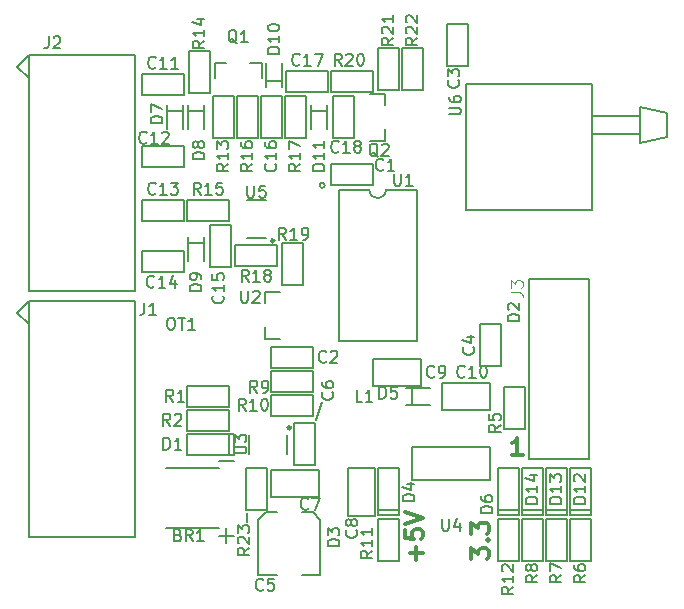
<source format=gto>
G04 #@! TF.GenerationSoftware,KiCad,Pcbnew,5.0.0-fee4fd1~66~ubuntu18.04.1*
G04 #@! TF.CreationDate,2019-02-05T20:13:11-07:00*
G04 #@! TF.ProjectId,sprinkler_nodes,737072696E6B6C65725F6E6F6465732E,rev?*
G04 #@! TF.SameCoordinates,Original*
G04 #@! TF.FileFunction,Legend,Top*
G04 #@! TF.FilePolarity,Positive*
%FSLAX46Y46*%
G04 Gerber Fmt 4.6, Leading zero omitted, Abs format (unit mm)*
G04 Created by KiCad (PCBNEW 5.0.0-fee4fd1~66~ubuntu18.04.1) date Tue Feb  5 20:13:11 2019*
%MOMM*%
%LPD*%
G01*
G04 APERTURE LIST*
%ADD10C,0.300000*%
%ADD11C,0.200000*%
%ADD12C,0.203200*%
%ADD13C,0.150000*%
%ADD14C,0.088900*%
G04 APERTURE END LIST*
D10*
X105101971Y-66464571D02*
X104244828Y-66464571D01*
X104673400Y-66464571D02*
X104673400Y-64964571D01*
X104530542Y-65178857D01*
X104387685Y-65321714D01*
X104244828Y-65393142D01*
X100778571Y-75231428D02*
X100778571Y-74302857D01*
X101350000Y-74802857D01*
X101350000Y-74588571D01*
X101421428Y-74445714D01*
X101492857Y-74374285D01*
X101635714Y-74302857D01*
X101992857Y-74302857D01*
X102135714Y-74374285D01*
X102207142Y-74445714D01*
X102278571Y-74588571D01*
X102278571Y-75017142D01*
X102207142Y-75160000D01*
X102135714Y-75231428D01*
X102135714Y-73660000D02*
X102207142Y-73588571D01*
X102278571Y-73660000D01*
X102207142Y-73731428D01*
X102135714Y-73660000D01*
X102278571Y-73660000D01*
X100778571Y-73088571D02*
X100778571Y-72160000D01*
X101350000Y-72660000D01*
X101350000Y-72445714D01*
X101421428Y-72302857D01*
X101492857Y-72231428D01*
X101635714Y-72160000D01*
X101992857Y-72160000D01*
X102135714Y-72231428D01*
X102207142Y-72302857D01*
X102278571Y-72445714D01*
X102278571Y-72874285D01*
X102207142Y-73017142D01*
X102135714Y-73088571D01*
X96119142Y-75334571D02*
X96119142Y-74191714D01*
X96690571Y-74763142D02*
X95547714Y-74763142D01*
X95190571Y-72763142D02*
X95190571Y-73477428D01*
X95904857Y-73548857D01*
X95833428Y-73477428D01*
X95762000Y-73334571D01*
X95762000Y-72977428D01*
X95833428Y-72834571D01*
X95904857Y-72763142D01*
X96047714Y-72691714D01*
X96404857Y-72691714D01*
X96547714Y-72763142D01*
X96619142Y-72834571D01*
X96690571Y-72977428D01*
X96690571Y-73334571D01*
X96619142Y-73477428D01*
X96547714Y-73548857D01*
X95190571Y-72263142D02*
X96690571Y-71763142D01*
X95190571Y-71263142D01*
D11*
X88138000Y-61976000D02*
X87630000Y-63500000D01*
X81788000Y-72136000D02*
X81788000Y-71374000D01*
D12*
G04 #@! TO.C,BR1*
X79375000Y-72644000D02*
X74930000Y-72644000D01*
X79375000Y-67564000D02*
X74930000Y-67564000D01*
D13*
X80645000Y-66929000D02*
X79375000Y-66929000D01*
X80645000Y-73279000D02*
X79375000Y-73279000D01*
X80010000Y-72644000D02*
X80010000Y-73914000D01*
D12*
G04 #@! TO.C,C1*
X92456000Y-41783000D02*
X92456000Y-43561000D01*
X88900000Y-41783000D02*
X92456000Y-41783000D01*
X88900000Y-43561000D02*
X88900000Y-41783000D01*
X92456000Y-43561000D02*
X88900000Y-43561000D01*
G04 #@! TO.C,C2*
X83820000Y-59055000D02*
X83820000Y-57277000D01*
X87376000Y-59055000D02*
X83820000Y-59055000D01*
X87376000Y-57277000D02*
X87376000Y-59055000D01*
X83820000Y-57277000D02*
X87376000Y-57277000D01*
G04 #@! TO.C,C6*
X87503000Y-63754000D02*
X87503000Y-67310000D01*
X87503000Y-67310000D02*
X85725000Y-67310000D01*
X85725000Y-67310000D02*
X85725000Y-63754000D01*
X85725000Y-63754000D02*
X87503000Y-63754000D01*
G04 #@! TO.C,C7*
X83820000Y-67691000D02*
X87884000Y-67691000D01*
X87884000Y-67691000D02*
X87884000Y-69977000D01*
X87884000Y-69977000D02*
X83820000Y-69977000D01*
X83820000Y-69977000D02*
X83820000Y-67691000D01*
G04 #@! TO.C,C8*
X90297000Y-67564000D02*
X92583000Y-67564000D01*
X90297000Y-71628000D02*
X90297000Y-67564000D01*
X92583000Y-71628000D02*
X90297000Y-71628000D01*
X92583000Y-67564000D02*
X92583000Y-71628000D01*
G04 #@! TO.C,C9*
X96520000Y-60579000D02*
X92456000Y-60579000D01*
X92456000Y-60579000D02*
X92456000Y-58293000D01*
X92456000Y-58293000D02*
X96520000Y-58293000D01*
X96520000Y-58293000D02*
X96520000Y-60579000D01*
G04 #@! TO.C,C10*
X98298000Y-62611000D02*
X98298000Y-60325000D01*
X102362000Y-62611000D02*
X98298000Y-62611000D01*
X102362000Y-60325000D02*
X102362000Y-62611000D01*
X98298000Y-60325000D02*
X102362000Y-60325000D01*
G04 #@! TO.C,C11*
X72898000Y-34163000D02*
X76454000Y-34163000D01*
X76454000Y-34163000D02*
X76454000Y-35941000D01*
X76454000Y-35941000D02*
X72898000Y-35941000D01*
X72898000Y-35941000D02*
X72898000Y-34163000D01*
G04 #@! TO.C,C12*
X72898000Y-42037000D02*
X72898000Y-40259000D01*
X76454000Y-42037000D02*
X72898000Y-42037000D01*
X76454000Y-40259000D02*
X76454000Y-42037000D01*
X72898000Y-40259000D02*
X76454000Y-40259000D01*
G04 #@! TO.C,C13*
X76454000Y-46609000D02*
X72898000Y-46609000D01*
X72898000Y-46609000D02*
X72898000Y-44831000D01*
X72898000Y-44831000D02*
X76454000Y-44831000D01*
X76454000Y-44831000D02*
X76454000Y-46609000D01*
G04 #@! TO.C,C14*
X76454000Y-50927000D02*
X72898000Y-50927000D01*
X72898000Y-50927000D02*
X72898000Y-49149000D01*
X72898000Y-49149000D02*
X76454000Y-49149000D01*
X76454000Y-49149000D02*
X76454000Y-50927000D01*
G04 #@! TO.C,C15*
X78613000Y-46990000D02*
X80391000Y-46990000D01*
X78613000Y-50546000D02*
X78613000Y-46990000D01*
X80391000Y-50546000D02*
X78613000Y-50546000D01*
X80391000Y-46990000D02*
X80391000Y-50546000D01*
G04 #@! TO.C,C16*
X84709000Y-36068000D02*
X84709000Y-39624000D01*
X84709000Y-39624000D02*
X82931000Y-39624000D01*
X82931000Y-39624000D02*
X82931000Y-36068000D01*
X82931000Y-36068000D02*
X84709000Y-36068000D01*
G04 #@! TO.C,C17*
X85090000Y-33909000D02*
X88646000Y-33909000D01*
X88646000Y-33909000D02*
X88646000Y-35687000D01*
X88646000Y-35687000D02*
X85090000Y-35687000D01*
X85090000Y-35687000D02*
X85090000Y-33909000D01*
G04 #@! TO.C,C18*
X89027000Y-36068000D02*
X90805000Y-36068000D01*
X89027000Y-39624000D02*
X89027000Y-36068000D01*
X90805000Y-39624000D02*
X89027000Y-39624000D01*
X90805000Y-36068000D02*
X90805000Y-39624000D01*
G04 #@! TO.C,D1*
X76708000Y-66421000D02*
X76708000Y-64643000D01*
X80264000Y-66421000D02*
X76708000Y-66421000D01*
X80264000Y-64643000D02*
X80264000Y-66421000D01*
X76708000Y-64643000D02*
X80264000Y-64643000D01*
X80645000Y-66421000D02*
X80264000Y-66421000D01*
X80645000Y-64643000D02*
X80645000Y-66421000D01*
X80264000Y-64643000D02*
X80645000Y-64643000D01*
G04 #@! TO.C,D4*
X94615000Y-71120000D02*
X94615000Y-71501000D01*
X94615000Y-71501000D02*
X92837000Y-71501000D01*
X92837000Y-71501000D02*
X92837000Y-71120000D01*
X94615000Y-67564000D02*
X94615000Y-71120000D01*
X94615000Y-71120000D02*
X92837000Y-71120000D01*
X92837000Y-71120000D02*
X92837000Y-67564000D01*
X92837000Y-67564000D02*
X94615000Y-67564000D01*
G04 #@! TO.C,D5*
X95766000Y-62168000D02*
X95766000Y-60768000D01*
X97266000Y-60768000D02*
X95266000Y-60768000D01*
X97266000Y-62168000D02*
X95266000Y-62168000D01*
G04 #@! TO.C,D6*
X104775000Y-71120000D02*
X104775000Y-71501000D01*
X104775000Y-71501000D02*
X102997000Y-71501000D01*
X102997000Y-71501000D02*
X102997000Y-71120000D01*
X104775000Y-67564000D02*
X104775000Y-71120000D01*
X104775000Y-71120000D02*
X102997000Y-71120000D01*
X102997000Y-71120000D02*
X102997000Y-67564000D01*
X102997000Y-67564000D02*
X104775000Y-67564000D01*
G04 #@! TO.C,D7*
X74992000Y-38846000D02*
X74992000Y-36846000D01*
X76392000Y-38846000D02*
X76392000Y-36846000D01*
X74992000Y-37346000D02*
X76392000Y-37346000D01*
G04 #@! TO.C,D8*
X76770000Y-38846000D02*
X76770000Y-36846000D01*
X78170000Y-38846000D02*
X78170000Y-36846000D01*
X76770000Y-37346000D02*
X78170000Y-37346000D01*
G04 #@! TO.C,D9*
X76770000Y-48522000D02*
X78170000Y-48522000D01*
X78170000Y-50022000D02*
X78170000Y-48022000D01*
X76770000Y-50022000D02*
X76770000Y-48022000D01*
G04 #@! TO.C,D10*
X84774000Y-34790000D02*
X83374000Y-34790000D01*
X83374000Y-33290000D02*
X83374000Y-35290000D01*
X84774000Y-33290000D02*
X84774000Y-35290000D01*
G04 #@! TO.C,D11*
X87184000Y-38846000D02*
X87184000Y-36846000D01*
X88584000Y-38846000D02*
X88584000Y-36846000D01*
X87184000Y-37346000D02*
X88584000Y-37346000D01*
D13*
G04 #@! TO.C,J1*
X72318000Y-73380000D02*
X72318000Y-53380000D01*
X63318000Y-73380000D02*
X72318000Y-73380000D01*
X63318000Y-53380000D02*
X63318000Y-73380000D01*
X72318000Y-53380000D02*
X63318000Y-53380000D01*
X62318000Y-54380000D02*
X63318000Y-55380000D01*
X63318000Y-53380000D02*
X62318000Y-54380000D01*
G04 #@! TO.C,J2*
X63318000Y-32552000D02*
X62318000Y-33552000D01*
X62318000Y-33552000D02*
X63318000Y-34552000D01*
X72318000Y-32552000D02*
X63318000Y-32552000D01*
X63318000Y-32552000D02*
X63318000Y-52552000D01*
X63318000Y-52552000D02*
X72318000Y-52552000D01*
X72318000Y-52552000D02*
X72318000Y-32552000D01*
D12*
G04 #@! TO.C,J3*
X108204000Y-66802000D02*
X105664000Y-66802000D01*
X105664000Y-66802000D02*
X105664000Y-51562000D01*
X105664000Y-51562000D02*
X110744000Y-51562000D01*
X110744000Y-51562000D02*
X110744000Y-66802000D01*
X110744000Y-66802000D02*
X108204000Y-66802000D01*
G04 #@! TO.C,Q1*
X83026000Y-33266000D02*
X83026000Y-34516000D01*
X82026000Y-33266000D02*
X83026000Y-33266000D01*
X79026000Y-33266000D02*
X79026000Y-34516000D01*
X80026000Y-33266000D02*
X79026000Y-33266000D01*
G04 #@! TO.C,Q2*
X93480000Y-36846000D02*
X93480000Y-35846000D01*
X93480000Y-35846000D02*
X92230000Y-35846000D01*
X93480000Y-38846000D02*
X93480000Y-39846000D01*
X93480000Y-39846000D02*
X92230000Y-39846000D01*
G04 #@! TO.C,R1*
X76708000Y-62357000D02*
X76708000Y-60579000D01*
X80264000Y-62357000D02*
X76708000Y-62357000D01*
X80264000Y-60579000D02*
X80264000Y-62357000D01*
X76708000Y-60579000D02*
X80264000Y-60579000D01*
G04 #@! TO.C,R2*
X76708000Y-62611000D02*
X80264000Y-62611000D01*
X80264000Y-62611000D02*
X80264000Y-64389000D01*
X80264000Y-64389000D02*
X76708000Y-64389000D01*
X76708000Y-64389000D02*
X76708000Y-62611000D01*
G04 #@! TO.C,R5*
X103505000Y-60706000D02*
X105283000Y-60706000D01*
X103505000Y-64262000D02*
X103505000Y-60706000D01*
X105283000Y-64262000D02*
X103505000Y-64262000D01*
X105283000Y-60706000D02*
X105283000Y-64262000D01*
G04 #@! TO.C,R9*
X87376000Y-61087000D02*
X83820000Y-61087000D01*
X83820000Y-61087000D02*
X83820000Y-59309000D01*
X83820000Y-59309000D02*
X87376000Y-59309000D01*
X87376000Y-59309000D02*
X87376000Y-61087000D01*
G04 #@! TO.C,R10*
X83820000Y-63119000D02*
X83820000Y-61341000D01*
X87376000Y-63119000D02*
X83820000Y-63119000D01*
X87376000Y-61341000D02*
X87376000Y-63119000D01*
X83820000Y-61341000D02*
X87376000Y-61341000D01*
G04 #@! TO.C,R11*
X94615000Y-75438000D02*
X92837000Y-75438000D01*
X94615000Y-71882000D02*
X94615000Y-75438000D01*
X92837000Y-71882000D02*
X94615000Y-71882000D01*
X92837000Y-75438000D02*
X92837000Y-71882000D01*
G04 #@! TO.C,R12*
X102997000Y-75438000D02*
X102997000Y-71882000D01*
X102997000Y-71882000D02*
X104775000Y-71882000D01*
X104775000Y-71882000D02*
X104775000Y-75438000D01*
X104775000Y-75438000D02*
X102997000Y-75438000D01*
G04 #@! TO.C,R13*
X80645000Y-36068000D02*
X80645000Y-39624000D01*
X80645000Y-39624000D02*
X78867000Y-39624000D01*
X78867000Y-39624000D02*
X78867000Y-36068000D01*
X78867000Y-36068000D02*
X80645000Y-36068000D01*
G04 #@! TO.C,R14*
X76835000Y-32258000D02*
X78613000Y-32258000D01*
X76835000Y-35814000D02*
X76835000Y-32258000D01*
X78613000Y-35814000D02*
X76835000Y-35814000D01*
X78613000Y-32258000D02*
X78613000Y-35814000D01*
G04 #@! TO.C,R15*
X76708000Y-46609000D02*
X76708000Y-44831000D01*
X80264000Y-46609000D02*
X76708000Y-46609000D01*
X80264000Y-44831000D02*
X80264000Y-46609000D01*
X76708000Y-44831000D02*
X80264000Y-44831000D01*
G04 #@! TO.C,R16*
X80899000Y-36068000D02*
X82677000Y-36068000D01*
X80899000Y-39624000D02*
X80899000Y-36068000D01*
X82677000Y-39624000D02*
X80899000Y-39624000D01*
X82677000Y-36068000D02*
X82677000Y-39624000D01*
G04 #@! TO.C,R17*
X86741000Y-36068000D02*
X86741000Y-39624000D01*
X86741000Y-39624000D02*
X84963000Y-39624000D01*
X84963000Y-39624000D02*
X84963000Y-36068000D01*
X84963000Y-36068000D02*
X86741000Y-36068000D01*
G04 #@! TO.C,R18*
X80772000Y-50419000D02*
X80772000Y-48641000D01*
X84328000Y-50419000D02*
X80772000Y-50419000D01*
X84328000Y-48641000D02*
X84328000Y-50419000D01*
X80772000Y-48641000D02*
X84328000Y-48641000D01*
G04 #@! TO.C,R19*
X86487000Y-48514000D02*
X86487000Y-52070000D01*
X86487000Y-52070000D02*
X84709000Y-52070000D01*
X84709000Y-52070000D02*
X84709000Y-48514000D01*
X84709000Y-48514000D02*
X86487000Y-48514000D01*
G04 #@! TO.C,R20*
X92456000Y-33909000D02*
X92456000Y-35687000D01*
X88900000Y-33909000D02*
X92456000Y-33909000D01*
X88900000Y-35687000D02*
X88900000Y-33909000D01*
X92456000Y-35687000D02*
X88900000Y-35687000D01*
G04 #@! TO.C,R21*
X94615000Y-32004000D02*
X94615000Y-35560000D01*
X94615000Y-35560000D02*
X92837000Y-35560000D01*
X92837000Y-35560000D02*
X92837000Y-32004000D01*
X92837000Y-32004000D02*
X94615000Y-32004000D01*
G04 #@! TO.C,R22*
X94869000Y-32004000D02*
X96647000Y-32004000D01*
X94869000Y-35560000D02*
X94869000Y-32004000D01*
X96647000Y-35560000D02*
X94869000Y-35560000D01*
X96647000Y-32004000D02*
X96647000Y-35560000D01*
G04 #@! TO.C,U1*
X88361607Y-43604000D02*
G75*
G03X88361607Y-43604000I-223607J0D01*
G01*
X93538000Y-44004000D02*
X96138000Y-44004000D01*
X92138000Y-44004000D02*
X89538000Y-44004000D01*
X92138000Y-44004000D02*
G75*
G03X93538000Y-44004000I700000J0D01*
G01*
X96138000Y-44004000D02*
X96138000Y-56804000D01*
X96138000Y-56804000D02*
X89538000Y-56804000D01*
X89538000Y-56804000D02*
X89538000Y-44004000D01*
G04 #@! TO.C,U2*
X83304000Y-55610000D02*
X83304000Y-56610000D01*
X83304000Y-56610000D02*
X84554000Y-56610000D01*
X83304000Y-53610000D02*
X83304000Y-52610000D01*
X83304000Y-52610000D02*
X84554000Y-52610000D01*
D10*
G04 #@! TO.C,U3*
X85466000Y-64132000D02*
G75*
G03X85466000Y-64132000I-100000J0D01*
G01*
D13*
X81966000Y-64732000D02*
X81966000Y-66332000D01*
X85166000Y-64732000D02*
X85166000Y-66332000D01*
D12*
G04 #@! TO.C,U4*
X99060000Y-68562000D02*
X95760000Y-68562000D01*
X95760000Y-68562000D02*
X95760000Y-65762000D01*
X95760000Y-65762000D02*
X102360000Y-65762000D01*
X102360000Y-65762000D02*
X102360000Y-68562000D01*
X102360000Y-68562000D02*
X99060000Y-68562000D01*
D10*
G04 #@! TO.C,U5*
X84050000Y-48282000D02*
G75*
G03X84050000Y-48282000I-100000J0D01*
G01*
D13*
X83350000Y-44882000D02*
X81750000Y-44882000D01*
X83350000Y-48082000D02*
X81750000Y-48082000D01*
D12*
G04 #@! TO.C,R23*
X81661000Y-71120000D02*
X81661000Y-67564000D01*
X81661000Y-67564000D02*
X83439000Y-67564000D01*
X83439000Y-67564000D02*
X83439000Y-71120000D01*
X83439000Y-71120000D02*
X81661000Y-71120000D01*
G04 #@! TO.C,D12*
X110871000Y-71120000D02*
X110871000Y-71501000D01*
X110871000Y-71501000D02*
X109093000Y-71501000D01*
X109093000Y-71501000D02*
X109093000Y-71120000D01*
X110871000Y-67564000D02*
X110871000Y-71120000D01*
X110871000Y-71120000D02*
X109093000Y-71120000D01*
X109093000Y-71120000D02*
X109093000Y-67564000D01*
X109093000Y-67564000D02*
X110871000Y-67564000D01*
G04 #@! TO.C,D13*
X107061000Y-67564000D02*
X108839000Y-67564000D01*
X107061000Y-71120000D02*
X107061000Y-67564000D01*
X108839000Y-71120000D02*
X107061000Y-71120000D01*
X108839000Y-67564000D02*
X108839000Y-71120000D01*
X107061000Y-71501000D02*
X107061000Y-71120000D01*
X108839000Y-71501000D02*
X107061000Y-71501000D01*
X108839000Y-71120000D02*
X108839000Y-71501000D01*
G04 #@! TO.C,D14*
X106807000Y-71120000D02*
X106807000Y-71501000D01*
X106807000Y-71501000D02*
X105029000Y-71501000D01*
X105029000Y-71501000D02*
X105029000Y-71120000D01*
X106807000Y-67564000D02*
X106807000Y-71120000D01*
X106807000Y-71120000D02*
X105029000Y-71120000D01*
X105029000Y-71120000D02*
X105029000Y-67564000D01*
X105029000Y-67564000D02*
X106807000Y-67564000D01*
G04 #@! TO.C,R6*
X110871000Y-71882000D02*
X110871000Y-75438000D01*
X110871000Y-75438000D02*
X109093000Y-75438000D01*
X109093000Y-75438000D02*
X109093000Y-71882000D01*
X109093000Y-71882000D02*
X110871000Y-71882000D01*
G04 #@! TO.C,R7*
X107061000Y-71882000D02*
X108839000Y-71882000D01*
X107061000Y-75438000D02*
X107061000Y-71882000D01*
X108839000Y-75438000D02*
X107061000Y-75438000D01*
X108839000Y-71882000D02*
X108839000Y-75438000D01*
G04 #@! TO.C,R8*
X106807000Y-71882000D02*
X106807000Y-75438000D01*
X106807000Y-75438000D02*
X105029000Y-75438000D01*
X105029000Y-75438000D02*
X105029000Y-71882000D01*
X105029000Y-71882000D02*
X106807000Y-71882000D01*
G04 #@! TO.C,C4*
X103251000Y-58928000D02*
X101473000Y-58928000D01*
X103251000Y-55372000D02*
X103251000Y-58928000D01*
X101473000Y-55372000D02*
X103251000Y-55372000D01*
X101473000Y-58928000D02*
X101473000Y-55372000D01*
D13*
G04 #@! TO.C,C5*
X87994000Y-76564000D02*
X86394000Y-76564000D01*
X82694000Y-76564000D02*
X84294000Y-76564000D01*
X82694000Y-76564000D02*
X82694000Y-71914000D01*
X82694000Y-71914000D02*
X83344000Y-71264000D01*
X83344000Y-71264000D02*
X84294000Y-71264000D01*
X87994000Y-76564000D02*
X87994000Y-71914000D01*
X87994000Y-71914000D02*
X87344000Y-71264000D01*
X87344000Y-71264000D02*
X86394000Y-71264000D01*
X86394000Y-71264000D02*
X86444000Y-71264000D01*
D12*
G04 #@! TO.C,C3*
X100457000Y-29972000D02*
X100457000Y-33528000D01*
X100457000Y-33528000D02*
X98679000Y-33528000D01*
X98679000Y-33528000D02*
X98679000Y-29972000D01*
X98679000Y-29972000D02*
X100457000Y-29972000D01*
D13*
G04 #@! TO.C,U6*
X115062000Y-39241000D02*
X110998000Y-39241000D01*
X115062000Y-37717000D02*
X110998000Y-37717000D01*
X117348000Y-38479000D02*
X117348000Y-39495000D01*
X117348000Y-39495000D02*
X115062000Y-40003000D01*
X115062000Y-40003000D02*
X115062000Y-36955000D01*
X115062000Y-36955000D02*
X117348000Y-37463000D01*
X117348000Y-37463000D02*
X117348000Y-38479000D01*
X110998000Y-35050000D02*
X110998000Y-45718000D01*
X110998000Y-45718000D02*
X100330000Y-45718000D01*
X100330000Y-45718000D02*
X100330000Y-35050000D01*
X100330000Y-35050000D02*
X110998000Y-35050000D01*
G04 #@! TO.C,BR1*
X75930238Y-73207571D02*
X76073095Y-73255190D01*
X76120714Y-73302809D01*
X76168333Y-73398047D01*
X76168333Y-73540904D01*
X76120714Y-73636142D01*
X76073095Y-73683761D01*
X75977857Y-73731380D01*
X75596904Y-73731380D01*
X75596904Y-72731380D01*
X75930238Y-72731380D01*
X76025476Y-72779000D01*
X76073095Y-72826619D01*
X76120714Y-72921857D01*
X76120714Y-73017095D01*
X76073095Y-73112333D01*
X76025476Y-73159952D01*
X75930238Y-73207571D01*
X75596904Y-73207571D01*
X77168333Y-73731380D02*
X76835000Y-73255190D01*
X76596904Y-73731380D02*
X76596904Y-72731380D01*
X76977857Y-72731380D01*
X77073095Y-72779000D01*
X77120714Y-72826619D01*
X77168333Y-72921857D01*
X77168333Y-73064714D01*
X77120714Y-73159952D01*
X77073095Y-73207571D01*
X76977857Y-73255190D01*
X76596904Y-73255190D01*
X78120714Y-73731380D02*
X77549285Y-73731380D01*
X77835000Y-73731380D02*
X77835000Y-72731380D01*
X77739761Y-72874238D01*
X77644523Y-72969476D01*
X77549285Y-73017095D01*
G04 #@! TO.C,C1*
X93305333Y-42267142D02*
X93257714Y-42314761D01*
X93114857Y-42362380D01*
X93019619Y-42362380D01*
X92876761Y-42314761D01*
X92781523Y-42219523D01*
X92733904Y-42124285D01*
X92686285Y-41933809D01*
X92686285Y-41790952D01*
X92733904Y-41600476D01*
X92781523Y-41505238D01*
X92876761Y-41410000D01*
X93019619Y-41362380D01*
X93114857Y-41362380D01*
X93257714Y-41410000D01*
X93305333Y-41457619D01*
X94257714Y-42362380D02*
X93686285Y-42362380D01*
X93972000Y-42362380D02*
X93972000Y-41362380D01*
X93876761Y-41505238D01*
X93781523Y-41600476D01*
X93686285Y-41648095D01*
G04 #@! TO.C,C2*
X88479333Y-58523142D02*
X88431714Y-58570761D01*
X88288857Y-58618380D01*
X88193619Y-58618380D01*
X88050761Y-58570761D01*
X87955523Y-58475523D01*
X87907904Y-58380285D01*
X87860285Y-58189809D01*
X87860285Y-58046952D01*
X87907904Y-57856476D01*
X87955523Y-57761238D01*
X88050761Y-57666000D01*
X88193619Y-57618380D01*
X88288857Y-57618380D01*
X88431714Y-57666000D01*
X88479333Y-57713619D01*
X88860285Y-57713619D02*
X88907904Y-57666000D01*
X89003142Y-57618380D01*
X89241238Y-57618380D01*
X89336476Y-57666000D01*
X89384095Y-57713619D01*
X89431714Y-57808857D01*
X89431714Y-57904095D01*
X89384095Y-58046952D01*
X88812666Y-58618380D01*
X89431714Y-58618380D01*
G04 #@! TO.C,C6*
X89003142Y-61126666D02*
X89050761Y-61174285D01*
X89098380Y-61317142D01*
X89098380Y-61412380D01*
X89050761Y-61555238D01*
X88955523Y-61650476D01*
X88860285Y-61698095D01*
X88669809Y-61745714D01*
X88526952Y-61745714D01*
X88336476Y-61698095D01*
X88241238Y-61650476D01*
X88146000Y-61555238D01*
X88098380Y-61412380D01*
X88098380Y-61317142D01*
X88146000Y-61174285D01*
X88193619Y-61126666D01*
X88098380Y-60269523D02*
X88098380Y-60460000D01*
X88146000Y-60555238D01*
X88193619Y-60602857D01*
X88336476Y-60698095D01*
X88526952Y-60745714D01*
X88907904Y-60745714D01*
X89003142Y-60698095D01*
X89050761Y-60650476D01*
X89098380Y-60555238D01*
X89098380Y-60364761D01*
X89050761Y-60269523D01*
X89003142Y-60221904D01*
X88907904Y-60174285D01*
X88669809Y-60174285D01*
X88574571Y-60221904D01*
X88526952Y-60269523D01*
X88479333Y-60364761D01*
X88479333Y-60555238D01*
X88526952Y-60650476D01*
X88574571Y-60698095D01*
X88669809Y-60745714D01*
G04 #@! TO.C,C7*
X86955333Y-70969142D02*
X86907714Y-71016761D01*
X86764857Y-71064380D01*
X86669619Y-71064380D01*
X86526761Y-71016761D01*
X86431523Y-70921523D01*
X86383904Y-70826285D01*
X86336285Y-70635809D01*
X86336285Y-70492952D01*
X86383904Y-70302476D01*
X86431523Y-70207238D01*
X86526761Y-70112000D01*
X86669619Y-70064380D01*
X86764857Y-70064380D01*
X86907714Y-70112000D01*
X86955333Y-70159619D01*
X87288666Y-70064380D02*
X87955333Y-70064380D01*
X87526761Y-71064380D01*
G04 #@! TO.C,C8*
X91035142Y-72810666D02*
X91082761Y-72858285D01*
X91130380Y-73001142D01*
X91130380Y-73096380D01*
X91082761Y-73239238D01*
X90987523Y-73334476D01*
X90892285Y-73382095D01*
X90701809Y-73429714D01*
X90558952Y-73429714D01*
X90368476Y-73382095D01*
X90273238Y-73334476D01*
X90178000Y-73239238D01*
X90130380Y-73096380D01*
X90130380Y-73001142D01*
X90178000Y-72858285D01*
X90225619Y-72810666D01*
X90558952Y-72239238D02*
X90511333Y-72334476D01*
X90463714Y-72382095D01*
X90368476Y-72429714D01*
X90320857Y-72429714D01*
X90225619Y-72382095D01*
X90178000Y-72334476D01*
X90130380Y-72239238D01*
X90130380Y-72048761D01*
X90178000Y-71953523D01*
X90225619Y-71905904D01*
X90320857Y-71858285D01*
X90368476Y-71858285D01*
X90463714Y-71905904D01*
X90511333Y-71953523D01*
X90558952Y-72048761D01*
X90558952Y-72239238D01*
X90606571Y-72334476D01*
X90654190Y-72382095D01*
X90749428Y-72429714D01*
X90939904Y-72429714D01*
X91035142Y-72382095D01*
X91082761Y-72334476D01*
X91130380Y-72239238D01*
X91130380Y-72048761D01*
X91082761Y-71953523D01*
X91035142Y-71905904D01*
X90939904Y-71858285D01*
X90749428Y-71858285D01*
X90654190Y-71905904D01*
X90606571Y-71953523D01*
X90558952Y-72048761D01*
G04 #@! TO.C,C9*
X97623333Y-59793142D02*
X97575714Y-59840761D01*
X97432857Y-59888380D01*
X97337619Y-59888380D01*
X97194761Y-59840761D01*
X97099523Y-59745523D01*
X97051904Y-59650285D01*
X97004285Y-59459809D01*
X97004285Y-59316952D01*
X97051904Y-59126476D01*
X97099523Y-59031238D01*
X97194761Y-58936000D01*
X97337619Y-58888380D01*
X97432857Y-58888380D01*
X97575714Y-58936000D01*
X97623333Y-58983619D01*
X98099523Y-59888380D02*
X98290000Y-59888380D01*
X98385238Y-59840761D01*
X98432857Y-59793142D01*
X98528095Y-59650285D01*
X98575714Y-59459809D01*
X98575714Y-59078857D01*
X98528095Y-58983619D01*
X98480476Y-58936000D01*
X98385238Y-58888380D01*
X98194761Y-58888380D01*
X98099523Y-58936000D01*
X98051904Y-58983619D01*
X98004285Y-59078857D01*
X98004285Y-59316952D01*
X98051904Y-59412190D01*
X98099523Y-59459809D01*
X98194761Y-59507428D01*
X98385238Y-59507428D01*
X98480476Y-59459809D01*
X98528095Y-59412190D01*
X98575714Y-59316952D01*
G04 #@! TO.C,C10*
X100195142Y-59793142D02*
X100147523Y-59840761D01*
X100004666Y-59888380D01*
X99909428Y-59888380D01*
X99766571Y-59840761D01*
X99671333Y-59745523D01*
X99623714Y-59650285D01*
X99576095Y-59459809D01*
X99576095Y-59316952D01*
X99623714Y-59126476D01*
X99671333Y-59031238D01*
X99766571Y-58936000D01*
X99909428Y-58888380D01*
X100004666Y-58888380D01*
X100147523Y-58936000D01*
X100195142Y-58983619D01*
X101147523Y-59888380D02*
X100576095Y-59888380D01*
X100861809Y-59888380D02*
X100861809Y-58888380D01*
X100766571Y-59031238D01*
X100671333Y-59126476D01*
X100576095Y-59174095D01*
X101766571Y-58888380D02*
X101861809Y-58888380D01*
X101957047Y-58936000D01*
X102004666Y-58983619D01*
X102052285Y-59078857D01*
X102099904Y-59269333D01*
X102099904Y-59507428D01*
X102052285Y-59697904D01*
X102004666Y-59793142D01*
X101957047Y-59840761D01*
X101861809Y-59888380D01*
X101766571Y-59888380D01*
X101671333Y-59840761D01*
X101623714Y-59793142D01*
X101576095Y-59697904D01*
X101528476Y-59507428D01*
X101528476Y-59269333D01*
X101576095Y-59078857D01*
X101623714Y-58983619D01*
X101671333Y-58936000D01*
X101766571Y-58888380D01*
G04 #@! TO.C,C11*
X74033142Y-33631142D02*
X73985523Y-33678761D01*
X73842666Y-33726380D01*
X73747428Y-33726380D01*
X73604571Y-33678761D01*
X73509333Y-33583523D01*
X73461714Y-33488285D01*
X73414095Y-33297809D01*
X73414095Y-33154952D01*
X73461714Y-32964476D01*
X73509333Y-32869238D01*
X73604571Y-32774000D01*
X73747428Y-32726380D01*
X73842666Y-32726380D01*
X73985523Y-32774000D01*
X74033142Y-32821619D01*
X74985523Y-33726380D02*
X74414095Y-33726380D01*
X74699809Y-33726380D02*
X74699809Y-32726380D01*
X74604571Y-32869238D01*
X74509333Y-32964476D01*
X74414095Y-33012095D01*
X75937904Y-33726380D02*
X75366476Y-33726380D01*
X75652190Y-33726380D02*
X75652190Y-32726380D01*
X75556952Y-32869238D01*
X75461714Y-32964476D01*
X75366476Y-33012095D01*
G04 #@! TO.C,C12*
X73271142Y-39981142D02*
X73223523Y-40028761D01*
X73080666Y-40076380D01*
X72985428Y-40076380D01*
X72842571Y-40028761D01*
X72747333Y-39933523D01*
X72699714Y-39838285D01*
X72652095Y-39647809D01*
X72652095Y-39504952D01*
X72699714Y-39314476D01*
X72747333Y-39219238D01*
X72842571Y-39124000D01*
X72985428Y-39076380D01*
X73080666Y-39076380D01*
X73223523Y-39124000D01*
X73271142Y-39171619D01*
X74223523Y-40076380D02*
X73652095Y-40076380D01*
X73937809Y-40076380D02*
X73937809Y-39076380D01*
X73842571Y-39219238D01*
X73747333Y-39314476D01*
X73652095Y-39362095D01*
X74604476Y-39171619D02*
X74652095Y-39124000D01*
X74747333Y-39076380D01*
X74985428Y-39076380D01*
X75080666Y-39124000D01*
X75128285Y-39171619D01*
X75175904Y-39266857D01*
X75175904Y-39362095D01*
X75128285Y-39504952D01*
X74556857Y-40076380D01*
X75175904Y-40076380D01*
G04 #@! TO.C,C13*
X74033142Y-44299142D02*
X73985523Y-44346761D01*
X73842666Y-44394380D01*
X73747428Y-44394380D01*
X73604571Y-44346761D01*
X73509333Y-44251523D01*
X73461714Y-44156285D01*
X73414095Y-43965809D01*
X73414095Y-43822952D01*
X73461714Y-43632476D01*
X73509333Y-43537238D01*
X73604571Y-43442000D01*
X73747428Y-43394380D01*
X73842666Y-43394380D01*
X73985523Y-43442000D01*
X74033142Y-43489619D01*
X74985523Y-44394380D02*
X74414095Y-44394380D01*
X74699809Y-44394380D02*
X74699809Y-43394380D01*
X74604571Y-43537238D01*
X74509333Y-43632476D01*
X74414095Y-43680095D01*
X75318857Y-43394380D02*
X75937904Y-43394380D01*
X75604571Y-43775333D01*
X75747428Y-43775333D01*
X75842666Y-43822952D01*
X75890285Y-43870571D01*
X75937904Y-43965809D01*
X75937904Y-44203904D01*
X75890285Y-44299142D01*
X75842666Y-44346761D01*
X75747428Y-44394380D01*
X75461714Y-44394380D01*
X75366476Y-44346761D01*
X75318857Y-44299142D01*
G04 #@! TO.C,C14*
X73906142Y-52173142D02*
X73858523Y-52220761D01*
X73715666Y-52268380D01*
X73620428Y-52268380D01*
X73477571Y-52220761D01*
X73382333Y-52125523D01*
X73334714Y-52030285D01*
X73287095Y-51839809D01*
X73287095Y-51696952D01*
X73334714Y-51506476D01*
X73382333Y-51411238D01*
X73477571Y-51316000D01*
X73620428Y-51268380D01*
X73715666Y-51268380D01*
X73858523Y-51316000D01*
X73906142Y-51363619D01*
X74858523Y-52268380D02*
X74287095Y-52268380D01*
X74572809Y-52268380D02*
X74572809Y-51268380D01*
X74477571Y-51411238D01*
X74382333Y-51506476D01*
X74287095Y-51554095D01*
X75715666Y-51601714D02*
X75715666Y-52268380D01*
X75477571Y-51220761D02*
X75239476Y-51935047D01*
X75858523Y-51935047D01*
G04 #@! TO.C,C15*
X79732142Y-52966857D02*
X79779761Y-53014476D01*
X79827380Y-53157333D01*
X79827380Y-53252571D01*
X79779761Y-53395428D01*
X79684523Y-53490666D01*
X79589285Y-53538285D01*
X79398809Y-53585904D01*
X79255952Y-53585904D01*
X79065476Y-53538285D01*
X78970238Y-53490666D01*
X78875000Y-53395428D01*
X78827380Y-53252571D01*
X78827380Y-53157333D01*
X78875000Y-53014476D01*
X78922619Y-52966857D01*
X79827380Y-52014476D02*
X79827380Y-52585904D01*
X79827380Y-52300190D02*
X78827380Y-52300190D01*
X78970238Y-52395428D01*
X79065476Y-52490666D01*
X79113095Y-52585904D01*
X78827380Y-51109714D02*
X78827380Y-51585904D01*
X79303571Y-51633523D01*
X79255952Y-51585904D01*
X79208333Y-51490666D01*
X79208333Y-51252571D01*
X79255952Y-51157333D01*
X79303571Y-51109714D01*
X79398809Y-51062095D01*
X79636904Y-51062095D01*
X79732142Y-51109714D01*
X79779761Y-51157333D01*
X79827380Y-51252571D01*
X79827380Y-51490666D01*
X79779761Y-51585904D01*
X79732142Y-51633523D01*
G04 #@! TO.C,C16*
X84177142Y-41790857D02*
X84224761Y-41838476D01*
X84272380Y-41981333D01*
X84272380Y-42076571D01*
X84224761Y-42219428D01*
X84129523Y-42314666D01*
X84034285Y-42362285D01*
X83843809Y-42409904D01*
X83700952Y-42409904D01*
X83510476Y-42362285D01*
X83415238Y-42314666D01*
X83320000Y-42219428D01*
X83272380Y-42076571D01*
X83272380Y-41981333D01*
X83320000Y-41838476D01*
X83367619Y-41790857D01*
X84272380Y-40838476D02*
X84272380Y-41409904D01*
X84272380Y-41124190D02*
X83272380Y-41124190D01*
X83415238Y-41219428D01*
X83510476Y-41314666D01*
X83558095Y-41409904D01*
X83272380Y-39981333D02*
X83272380Y-40171809D01*
X83320000Y-40267047D01*
X83367619Y-40314666D01*
X83510476Y-40409904D01*
X83700952Y-40457523D01*
X84081904Y-40457523D01*
X84177142Y-40409904D01*
X84224761Y-40362285D01*
X84272380Y-40267047D01*
X84272380Y-40076571D01*
X84224761Y-39981333D01*
X84177142Y-39933714D01*
X84081904Y-39886095D01*
X83843809Y-39886095D01*
X83748571Y-39933714D01*
X83700952Y-39981333D01*
X83653333Y-40076571D01*
X83653333Y-40267047D01*
X83700952Y-40362285D01*
X83748571Y-40409904D01*
X83843809Y-40457523D01*
G04 #@! TO.C,C17*
X86225142Y-33377142D02*
X86177523Y-33424761D01*
X86034666Y-33472380D01*
X85939428Y-33472380D01*
X85796571Y-33424761D01*
X85701333Y-33329523D01*
X85653714Y-33234285D01*
X85606095Y-33043809D01*
X85606095Y-32900952D01*
X85653714Y-32710476D01*
X85701333Y-32615238D01*
X85796571Y-32520000D01*
X85939428Y-32472380D01*
X86034666Y-32472380D01*
X86177523Y-32520000D01*
X86225142Y-32567619D01*
X87177523Y-33472380D02*
X86606095Y-33472380D01*
X86891809Y-33472380D02*
X86891809Y-32472380D01*
X86796571Y-32615238D01*
X86701333Y-32710476D01*
X86606095Y-32758095D01*
X87510857Y-32472380D02*
X88177523Y-32472380D01*
X87748952Y-33472380D01*
G04 #@! TO.C,C18*
X89527142Y-40743142D02*
X89479523Y-40790761D01*
X89336666Y-40838380D01*
X89241428Y-40838380D01*
X89098571Y-40790761D01*
X89003333Y-40695523D01*
X88955714Y-40600285D01*
X88908095Y-40409809D01*
X88908095Y-40266952D01*
X88955714Y-40076476D01*
X89003333Y-39981238D01*
X89098571Y-39886000D01*
X89241428Y-39838380D01*
X89336666Y-39838380D01*
X89479523Y-39886000D01*
X89527142Y-39933619D01*
X90479523Y-40838380D02*
X89908095Y-40838380D01*
X90193809Y-40838380D02*
X90193809Y-39838380D01*
X90098571Y-39981238D01*
X90003333Y-40076476D01*
X89908095Y-40124095D01*
X91050952Y-40266952D02*
X90955714Y-40219333D01*
X90908095Y-40171714D01*
X90860476Y-40076476D01*
X90860476Y-40028857D01*
X90908095Y-39933619D01*
X90955714Y-39886000D01*
X91050952Y-39838380D01*
X91241428Y-39838380D01*
X91336666Y-39886000D01*
X91384285Y-39933619D01*
X91431904Y-40028857D01*
X91431904Y-40076476D01*
X91384285Y-40171714D01*
X91336666Y-40219333D01*
X91241428Y-40266952D01*
X91050952Y-40266952D01*
X90955714Y-40314571D01*
X90908095Y-40362190D01*
X90860476Y-40457428D01*
X90860476Y-40647904D01*
X90908095Y-40743142D01*
X90955714Y-40790761D01*
X91050952Y-40838380D01*
X91241428Y-40838380D01*
X91336666Y-40790761D01*
X91384285Y-40743142D01*
X91431904Y-40647904D01*
X91431904Y-40457428D01*
X91384285Y-40362190D01*
X91336666Y-40314571D01*
X91241428Y-40266952D01*
G04 #@! TO.C,D1*
X74699904Y-65984380D02*
X74699904Y-64984380D01*
X74938000Y-64984380D01*
X75080857Y-65032000D01*
X75176095Y-65127238D01*
X75223714Y-65222476D01*
X75271333Y-65412952D01*
X75271333Y-65555809D01*
X75223714Y-65746285D01*
X75176095Y-65841523D01*
X75080857Y-65936761D01*
X74938000Y-65984380D01*
X74699904Y-65984380D01*
X76223714Y-65984380D02*
X75652285Y-65984380D01*
X75938000Y-65984380D02*
X75938000Y-64984380D01*
X75842761Y-65127238D01*
X75747523Y-65222476D01*
X75652285Y-65270095D01*
G04 #@! TO.C,D2*
X104846380Y-55094095D02*
X103846380Y-55094095D01*
X103846380Y-54856000D01*
X103894000Y-54713142D01*
X103989238Y-54617904D01*
X104084476Y-54570285D01*
X104274952Y-54522666D01*
X104417809Y-54522666D01*
X104608285Y-54570285D01*
X104703523Y-54617904D01*
X104798761Y-54713142D01*
X104846380Y-54856000D01*
X104846380Y-55094095D01*
X103941619Y-54141714D02*
X103894000Y-54094095D01*
X103846380Y-53998857D01*
X103846380Y-53760761D01*
X103894000Y-53665523D01*
X103941619Y-53617904D01*
X104036857Y-53570285D01*
X104132095Y-53570285D01*
X104274952Y-53617904D01*
X104846380Y-54189333D01*
X104846380Y-53570285D01*
G04 #@! TO.C,D3*
X89606380Y-74144095D02*
X88606380Y-74144095D01*
X88606380Y-73906000D01*
X88654000Y-73763142D01*
X88749238Y-73667904D01*
X88844476Y-73620285D01*
X89034952Y-73572666D01*
X89177809Y-73572666D01*
X89368285Y-73620285D01*
X89463523Y-73667904D01*
X89558761Y-73763142D01*
X89606380Y-73906000D01*
X89606380Y-74144095D01*
X88606380Y-73239333D02*
X88606380Y-72620285D01*
X88987333Y-72953619D01*
X88987333Y-72810761D01*
X89034952Y-72715523D01*
X89082571Y-72667904D01*
X89177809Y-72620285D01*
X89415904Y-72620285D01*
X89511142Y-72667904D01*
X89558761Y-72715523D01*
X89606380Y-72810761D01*
X89606380Y-73096476D01*
X89558761Y-73191714D01*
X89511142Y-73239333D01*
G04 #@! TO.C,D4*
X95956380Y-70334095D02*
X94956380Y-70334095D01*
X94956380Y-70096000D01*
X95004000Y-69953142D01*
X95099238Y-69857904D01*
X95194476Y-69810285D01*
X95384952Y-69762666D01*
X95527809Y-69762666D01*
X95718285Y-69810285D01*
X95813523Y-69857904D01*
X95908761Y-69953142D01*
X95956380Y-70096000D01*
X95956380Y-70334095D01*
X95289714Y-68905523D02*
X95956380Y-68905523D01*
X94908761Y-69143619D02*
X95623047Y-69381714D01*
X95623047Y-68762666D01*
G04 #@! TO.C,D5*
X92987904Y-61666380D02*
X92987904Y-60666380D01*
X93226000Y-60666380D01*
X93368857Y-60714000D01*
X93464095Y-60809238D01*
X93511714Y-60904476D01*
X93559333Y-61094952D01*
X93559333Y-61237809D01*
X93511714Y-61428285D01*
X93464095Y-61523523D01*
X93368857Y-61618761D01*
X93226000Y-61666380D01*
X92987904Y-61666380D01*
X94464095Y-60666380D02*
X93987904Y-60666380D01*
X93940285Y-61142571D01*
X93987904Y-61094952D01*
X94083142Y-61047333D01*
X94321238Y-61047333D01*
X94416476Y-61094952D01*
X94464095Y-61142571D01*
X94511714Y-61237809D01*
X94511714Y-61475904D01*
X94464095Y-61571142D01*
X94416476Y-61618761D01*
X94321238Y-61666380D01*
X94083142Y-61666380D01*
X93987904Y-61618761D01*
X93940285Y-61571142D01*
G04 #@! TO.C,D6*
X102560380Y-71350095D02*
X101560380Y-71350095D01*
X101560380Y-71112000D01*
X101608000Y-70969142D01*
X101703238Y-70873904D01*
X101798476Y-70826285D01*
X101988952Y-70778666D01*
X102131809Y-70778666D01*
X102322285Y-70826285D01*
X102417523Y-70873904D01*
X102512761Y-70969142D01*
X102560380Y-71112000D01*
X102560380Y-71350095D01*
X101560380Y-69921523D02*
X101560380Y-70112000D01*
X101608000Y-70207238D01*
X101655619Y-70254857D01*
X101798476Y-70350095D01*
X101988952Y-70397714D01*
X102369904Y-70397714D01*
X102465142Y-70350095D01*
X102512761Y-70302476D01*
X102560380Y-70207238D01*
X102560380Y-70016761D01*
X102512761Y-69921523D01*
X102465142Y-69873904D01*
X102369904Y-69826285D01*
X102131809Y-69826285D01*
X102036571Y-69873904D01*
X101988952Y-69921523D01*
X101941333Y-70016761D01*
X101941333Y-70207238D01*
X101988952Y-70302476D01*
X102036571Y-70350095D01*
X102131809Y-70397714D01*
G04 #@! TO.C,D7*
X74620380Y-38330095D02*
X73620380Y-38330095D01*
X73620380Y-38092000D01*
X73668000Y-37949142D01*
X73763238Y-37853904D01*
X73858476Y-37806285D01*
X74048952Y-37758666D01*
X74191809Y-37758666D01*
X74382285Y-37806285D01*
X74477523Y-37853904D01*
X74572761Y-37949142D01*
X74620380Y-38092000D01*
X74620380Y-38330095D01*
X73620380Y-37425333D02*
X73620380Y-36758666D01*
X74620380Y-37187238D01*
G04 #@! TO.C,D8*
X78176380Y-41378095D02*
X77176380Y-41378095D01*
X77176380Y-41140000D01*
X77224000Y-40997142D01*
X77319238Y-40901904D01*
X77414476Y-40854285D01*
X77604952Y-40806666D01*
X77747809Y-40806666D01*
X77938285Y-40854285D01*
X78033523Y-40901904D01*
X78128761Y-40997142D01*
X78176380Y-41140000D01*
X78176380Y-41378095D01*
X77604952Y-40235238D02*
X77557333Y-40330476D01*
X77509714Y-40378095D01*
X77414476Y-40425714D01*
X77366857Y-40425714D01*
X77271619Y-40378095D01*
X77224000Y-40330476D01*
X77176380Y-40235238D01*
X77176380Y-40044761D01*
X77224000Y-39949523D01*
X77271619Y-39901904D01*
X77366857Y-39854285D01*
X77414476Y-39854285D01*
X77509714Y-39901904D01*
X77557333Y-39949523D01*
X77604952Y-40044761D01*
X77604952Y-40235238D01*
X77652571Y-40330476D01*
X77700190Y-40378095D01*
X77795428Y-40425714D01*
X77985904Y-40425714D01*
X78081142Y-40378095D01*
X78128761Y-40330476D01*
X78176380Y-40235238D01*
X78176380Y-40044761D01*
X78128761Y-39949523D01*
X78081142Y-39901904D01*
X77985904Y-39854285D01*
X77795428Y-39854285D01*
X77700190Y-39901904D01*
X77652571Y-39949523D01*
X77604952Y-40044761D01*
G04 #@! TO.C,D9*
X77922380Y-52554095D02*
X76922380Y-52554095D01*
X76922380Y-52316000D01*
X76970000Y-52173142D01*
X77065238Y-52077904D01*
X77160476Y-52030285D01*
X77350952Y-51982666D01*
X77493809Y-51982666D01*
X77684285Y-52030285D01*
X77779523Y-52077904D01*
X77874761Y-52173142D01*
X77922380Y-52316000D01*
X77922380Y-52554095D01*
X77922380Y-51506476D02*
X77922380Y-51316000D01*
X77874761Y-51220761D01*
X77827142Y-51173142D01*
X77684285Y-51077904D01*
X77493809Y-51030285D01*
X77112857Y-51030285D01*
X77017619Y-51077904D01*
X76970000Y-51125523D01*
X76922380Y-51220761D01*
X76922380Y-51411238D01*
X76970000Y-51506476D01*
X77017619Y-51554095D01*
X77112857Y-51601714D01*
X77350952Y-51601714D01*
X77446190Y-51554095D01*
X77493809Y-51506476D01*
X77541428Y-51411238D01*
X77541428Y-51220761D01*
X77493809Y-51125523D01*
X77446190Y-51077904D01*
X77350952Y-51030285D01*
G04 #@! TO.C,D10*
X84526380Y-32456285D02*
X83526380Y-32456285D01*
X83526380Y-32218190D01*
X83574000Y-32075333D01*
X83669238Y-31980095D01*
X83764476Y-31932476D01*
X83954952Y-31884857D01*
X84097809Y-31884857D01*
X84288285Y-31932476D01*
X84383523Y-31980095D01*
X84478761Y-32075333D01*
X84526380Y-32218190D01*
X84526380Y-32456285D01*
X84526380Y-30932476D02*
X84526380Y-31503904D01*
X84526380Y-31218190D02*
X83526380Y-31218190D01*
X83669238Y-31313428D01*
X83764476Y-31408666D01*
X83812095Y-31503904D01*
X83526380Y-30313428D02*
X83526380Y-30218190D01*
X83574000Y-30122952D01*
X83621619Y-30075333D01*
X83716857Y-30027714D01*
X83907333Y-29980095D01*
X84145428Y-29980095D01*
X84335904Y-30027714D01*
X84431142Y-30075333D01*
X84478761Y-30122952D01*
X84526380Y-30218190D01*
X84526380Y-30313428D01*
X84478761Y-30408666D01*
X84431142Y-30456285D01*
X84335904Y-30503904D01*
X84145428Y-30551523D01*
X83907333Y-30551523D01*
X83716857Y-30503904D01*
X83621619Y-30456285D01*
X83574000Y-30408666D01*
X83526380Y-30313428D01*
G04 #@! TO.C,D11*
X88336380Y-42362285D02*
X87336380Y-42362285D01*
X87336380Y-42124190D01*
X87384000Y-41981333D01*
X87479238Y-41886095D01*
X87574476Y-41838476D01*
X87764952Y-41790857D01*
X87907809Y-41790857D01*
X88098285Y-41838476D01*
X88193523Y-41886095D01*
X88288761Y-41981333D01*
X88336380Y-42124190D01*
X88336380Y-42362285D01*
X88336380Y-40838476D02*
X88336380Y-41409904D01*
X88336380Y-41124190D02*
X87336380Y-41124190D01*
X87479238Y-41219428D01*
X87574476Y-41314666D01*
X87622095Y-41409904D01*
X88336380Y-39886095D02*
X88336380Y-40457523D01*
X88336380Y-40171809D02*
X87336380Y-40171809D01*
X87479238Y-40267047D01*
X87574476Y-40362285D01*
X87622095Y-40457523D01*
G04 #@! TO.C,J1*
X73072666Y-53554380D02*
X73072666Y-54268666D01*
X73025047Y-54411523D01*
X72929809Y-54506761D01*
X72786952Y-54554380D01*
X72691714Y-54554380D01*
X74072666Y-54554380D02*
X73501238Y-54554380D01*
X73786952Y-54554380D02*
X73786952Y-53554380D01*
X73691714Y-53697238D01*
X73596476Y-53792476D01*
X73501238Y-53840095D01*
G04 #@! TO.C,J2*
X64984666Y-31004380D02*
X64984666Y-31718666D01*
X64937047Y-31861523D01*
X64841809Y-31956761D01*
X64698952Y-32004380D01*
X64603714Y-32004380D01*
X65413238Y-31099619D02*
X65460857Y-31052000D01*
X65556095Y-31004380D01*
X65794190Y-31004380D01*
X65889428Y-31052000D01*
X65937047Y-31099619D01*
X65984666Y-31194857D01*
X65984666Y-31290095D01*
X65937047Y-31432952D01*
X65365619Y-32004380D01*
X65984666Y-32004380D01*
G04 #@! TO.C,J3*
D14*
X104091619Y-52662666D02*
X104817333Y-52662666D01*
X104962476Y-52711047D01*
X105059238Y-52807809D01*
X105107619Y-52952952D01*
X105107619Y-53049714D01*
X104091619Y-52275619D02*
X104091619Y-51646666D01*
X104478666Y-51985333D01*
X104478666Y-51840190D01*
X104527047Y-51743428D01*
X104575428Y-51695047D01*
X104672190Y-51646666D01*
X104914095Y-51646666D01*
X105010857Y-51695047D01*
X105059238Y-51743428D01*
X105107619Y-51840190D01*
X105107619Y-52130476D01*
X105059238Y-52227238D01*
X105010857Y-52275619D01*
G04 #@! TO.C,L1*
D13*
X91527333Y-61920380D02*
X91051142Y-61920380D01*
X91051142Y-60920380D01*
X92384476Y-61920380D02*
X91813047Y-61920380D01*
X92098761Y-61920380D02*
X92098761Y-60920380D01*
X92003523Y-61063238D01*
X91908285Y-61158476D01*
X91813047Y-61206095D01*
G04 #@! TO.C,OT1*
X75247619Y-54824380D02*
X75438095Y-54824380D01*
X75533333Y-54872000D01*
X75628571Y-54967238D01*
X75676190Y-55157714D01*
X75676190Y-55491047D01*
X75628571Y-55681523D01*
X75533333Y-55776761D01*
X75438095Y-55824380D01*
X75247619Y-55824380D01*
X75152380Y-55776761D01*
X75057142Y-55681523D01*
X75009523Y-55491047D01*
X75009523Y-55157714D01*
X75057142Y-54967238D01*
X75152380Y-54872000D01*
X75247619Y-54824380D01*
X75961904Y-54824380D02*
X76533333Y-54824380D01*
X76247619Y-55824380D02*
X76247619Y-54824380D01*
X77390476Y-55824380D02*
X76819047Y-55824380D01*
X77104761Y-55824380D02*
X77104761Y-54824380D01*
X77009523Y-54967238D01*
X76914285Y-55062476D01*
X76819047Y-55110095D01*
G04 #@! TO.C,Q1*
X80930761Y-31563619D02*
X80835523Y-31516000D01*
X80740285Y-31420761D01*
X80597428Y-31277904D01*
X80502190Y-31230285D01*
X80406952Y-31230285D01*
X80454571Y-31468380D02*
X80359333Y-31420761D01*
X80264095Y-31325523D01*
X80216476Y-31135047D01*
X80216476Y-30801714D01*
X80264095Y-30611238D01*
X80359333Y-30516000D01*
X80454571Y-30468380D01*
X80645047Y-30468380D01*
X80740285Y-30516000D01*
X80835523Y-30611238D01*
X80883142Y-30801714D01*
X80883142Y-31135047D01*
X80835523Y-31325523D01*
X80740285Y-31420761D01*
X80645047Y-31468380D01*
X80454571Y-31468380D01*
X81835523Y-31468380D02*
X81264095Y-31468380D01*
X81549809Y-31468380D02*
X81549809Y-30468380D01*
X81454571Y-30611238D01*
X81359333Y-30706476D01*
X81264095Y-30754095D01*
G04 #@! TO.C,Q2*
X92868761Y-41187619D02*
X92773523Y-41140000D01*
X92678285Y-41044761D01*
X92535428Y-40901904D01*
X92440190Y-40854285D01*
X92344952Y-40854285D01*
X92392571Y-41092380D02*
X92297333Y-41044761D01*
X92202095Y-40949523D01*
X92154476Y-40759047D01*
X92154476Y-40425714D01*
X92202095Y-40235238D01*
X92297333Y-40140000D01*
X92392571Y-40092380D01*
X92583047Y-40092380D01*
X92678285Y-40140000D01*
X92773523Y-40235238D01*
X92821142Y-40425714D01*
X92821142Y-40759047D01*
X92773523Y-40949523D01*
X92678285Y-41044761D01*
X92583047Y-41092380D01*
X92392571Y-41092380D01*
X93202095Y-40187619D02*
X93249714Y-40140000D01*
X93344952Y-40092380D01*
X93583047Y-40092380D01*
X93678285Y-40140000D01*
X93725904Y-40187619D01*
X93773523Y-40282857D01*
X93773523Y-40378095D01*
X93725904Y-40520952D01*
X93154476Y-41092380D01*
X93773523Y-41092380D01*
G04 #@! TO.C,R1*
X75525333Y-61920380D02*
X75192000Y-61444190D01*
X74953904Y-61920380D02*
X74953904Y-60920380D01*
X75334857Y-60920380D01*
X75430095Y-60968000D01*
X75477714Y-61015619D01*
X75525333Y-61110857D01*
X75525333Y-61253714D01*
X75477714Y-61348952D01*
X75430095Y-61396571D01*
X75334857Y-61444190D01*
X74953904Y-61444190D01*
X76477714Y-61920380D02*
X75906285Y-61920380D01*
X76192000Y-61920380D02*
X76192000Y-60920380D01*
X76096761Y-61063238D01*
X76001523Y-61158476D01*
X75906285Y-61206095D01*
G04 #@! TO.C,R2*
X75271333Y-63952380D02*
X74938000Y-63476190D01*
X74699904Y-63952380D02*
X74699904Y-62952380D01*
X75080857Y-62952380D01*
X75176095Y-63000000D01*
X75223714Y-63047619D01*
X75271333Y-63142857D01*
X75271333Y-63285714D01*
X75223714Y-63380952D01*
X75176095Y-63428571D01*
X75080857Y-63476190D01*
X74699904Y-63476190D01*
X75652285Y-63047619D02*
X75699904Y-63000000D01*
X75795142Y-62952380D01*
X76033238Y-62952380D01*
X76128476Y-63000000D01*
X76176095Y-63047619D01*
X76223714Y-63142857D01*
X76223714Y-63238095D01*
X76176095Y-63380952D01*
X75604666Y-63952380D01*
X76223714Y-63952380D01*
G04 #@! TO.C,R5*
X103246180Y-63895266D02*
X102769990Y-64228600D01*
X103246180Y-64466695D02*
X102246180Y-64466695D01*
X102246180Y-64085742D01*
X102293800Y-63990504D01*
X102341419Y-63942885D01*
X102436657Y-63895266D01*
X102579514Y-63895266D01*
X102674752Y-63942885D01*
X102722371Y-63990504D01*
X102769990Y-64085742D01*
X102769990Y-64466695D01*
X102246180Y-62990504D02*
X102246180Y-63466695D01*
X102722371Y-63514314D01*
X102674752Y-63466695D01*
X102627133Y-63371457D01*
X102627133Y-63133361D01*
X102674752Y-63038123D01*
X102722371Y-62990504D01*
X102817609Y-62942885D01*
X103055704Y-62942885D01*
X103150942Y-62990504D01*
X103198561Y-63038123D01*
X103246180Y-63133361D01*
X103246180Y-63371457D01*
X103198561Y-63466695D01*
X103150942Y-63514314D01*
G04 #@! TO.C,R9*
X82637333Y-61158380D02*
X82304000Y-60682190D01*
X82065904Y-61158380D02*
X82065904Y-60158380D01*
X82446857Y-60158380D01*
X82542095Y-60206000D01*
X82589714Y-60253619D01*
X82637333Y-60348857D01*
X82637333Y-60491714D01*
X82589714Y-60586952D01*
X82542095Y-60634571D01*
X82446857Y-60682190D01*
X82065904Y-60682190D01*
X83113523Y-61158380D02*
X83304000Y-61158380D01*
X83399238Y-61110761D01*
X83446857Y-61063142D01*
X83542095Y-60920285D01*
X83589714Y-60729809D01*
X83589714Y-60348857D01*
X83542095Y-60253619D01*
X83494476Y-60206000D01*
X83399238Y-60158380D01*
X83208761Y-60158380D01*
X83113523Y-60206000D01*
X83065904Y-60253619D01*
X83018285Y-60348857D01*
X83018285Y-60586952D01*
X83065904Y-60682190D01*
X83113523Y-60729809D01*
X83208761Y-60777428D01*
X83399238Y-60777428D01*
X83494476Y-60729809D01*
X83542095Y-60682190D01*
X83589714Y-60586952D01*
G04 #@! TO.C,R10*
X81653142Y-62682380D02*
X81319809Y-62206190D01*
X81081714Y-62682380D02*
X81081714Y-61682380D01*
X81462666Y-61682380D01*
X81557904Y-61730000D01*
X81605523Y-61777619D01*
X81653142Y-61872857D01*
X81653142Y-62015714D01*
X81605523Y-62110952D01*
X81557904Y-62158571D01*
X81462666Y-62206190D01*
X81081714Y-62206190D01*
X82605523Y-62682380D02*
X82034095Y-62682380D01*
X82319809Y-62682380D02*
X82319809Y-61682380D01*
X82224571Y-61825238D01*
X82129333Y-61920476D01*
X82034095Y-61968095D01*
X83224571Y-61682380D02*
X83319809Y-61682380D01*
X83415047Y-61730000D01*
X83462666Y-61777619D01*
X83510285Y-61872857D01*
X83557904Y-62063333D01*
X83557904Y-62301428D01*
X83510285Y-62491904D01*
X83462666Y-62587142D01*
X83415047Y-62634761D01*
X83319809Y-62682380D01*
X83224571Y-62682380D01*
X83129333Y-62634761D01*
X83081714Y-62587142D01*
X83034095Y-62491904D01*
X82986476Y-62301428D01*
X82986476Y-62063333D01*
X83034095Y-61872857D01*
X83081714Y-61777619D01*
X83129333Y-61730000D01*
X83224571Y-61682380D01*
G04 #@! TO.C,R11*
X92400380Y-74556857D02*
X91924190Y-74890190D01*
X92400380Y-75128285D02*
X91400380Y-75128285D01*
X91400380Y-74747333D01*
X91448000Y-74652095D01*
X91495619Y-74604476D01*
X91590857Y-74556857D01*
X91733714Y-74556857D01*
X91828952Y-74604476D01*
X91876571Y-74652095D01*
X91924190Y-74747333D01*
X91924190Y-75128285D01*
X92400380Y-73604476D02*
X92400380Y-74175904D01*
X92400380Y-73890190D02*
X91400380Y-73890190D01*
X91543238Y-73985428D01*
X91638476Y-74080666D01*
X91686095Y-74175904D01*
X92400380Y-72652095D02*
X92400380Y-73223523D01*
X92400380Y-72937809D02*
X91400380Y-72937809D01*
X91543238Y-73033047D01*
X91638476Y-73128285D01*
X91686095Y-73223523D01*
G04 #@! TO.C,R12*
X104338380Y-77604857D02*
X103862190Y-77938190D01*
X104338380Y-78176285D02*
X103338380Y-78176285D01*
X103338380Y-77795333D01*
X103386000Y-77700095D01*
X103433619Y-77652476D01*
X103528857Y-77604857D01*
X103671714Y-77604857D01*
X103766952Y-77652476D01*
X103814571Y-77700095D01*
X103862190Y-77795333D01*
X103862190Y-78176285D01*
X104338380Y-76652476D02*
X104338380Y-77223904D01*
X104338380Y-76938190D02*
X103338380Y-76938190D01*
X103481238Y-77033428D01*
X103576476Y-77128666D01*
X103624095Y-77223904D01*
X103433619Y-76271523D02*
X103386000Y-76223904D01*
X103338380Y-76128666D01*
X103338380Y-75890571D01*
X103386000Y-75795333D01*
X103433619Y-75747714D01*
X103528857Y-75700095D01*
X103624095Y-75700095D01*
X103766952Y-75747714D01*
X104338380Y-76319142D01*
X104338380Y-75700095D01*
G04 #@! TO.C,R13*
X80208380Y-41790857D02*
X79732190Y-42124190D01*
X80208380Y-42362285D02*
X79208380Y-42362285D01*
X79208380Y-41981333D01*
X79256000Y-41886095D01*
X79303619Y-41838476D01*
X79398857Y-41790857D01*
X79541714Y-41790857D01*
X79636952Y-41838476D01*
X79684571Y-41886095D01*
X79732190Y-41981333D01*
X79732190Y-42362285D01*
X80208380Y-40838476D02*
X80208380Y-41409904D01*
X80208380Y-41124190D02*
X79208380Y-41124190D01*
X79351238Y-41219428D01*
X79446476Y-41314666D01*
X79494095Y-41409904D01*
X79208380Y-40505142D02*
X79208380Y-39886095D01*
X79589333Y-40219428D01*
X79589333Y-40076571D01*
X79636952Y-39981333D01*
X79684571Y-39933714D01*
X79779809Y-39886095D01*
X80017904Y-39886095D01*
X80113142Y-39933714D01*
X80160761Y-39981333D01*
X80208380Y-40076571D01*
X80208380Y-40362285D01*
X80160761Y-40457523D01*
X80113142Y-40505142D01*
G04 #@! TO.C,R14*
X78176380Y-31376857D02*
X77700190Y-31710190D01*
X78176380Y-31948285D02*
X77176380Y-31948285D01*
X77176380Y-31567333D01*
X77224000Y-31472095D01*
X77271619Y-31424476D01*
X77366857Y-31376857D01*
X77509714Y-31376857D01*
X77604952Y-31424476D01*
X77652571Y-31472095D01*
X77700190Y-31567333D01*
X77700190Y-31948285D01*
X78176380Y-30424476D02*
X78176380Y-30995904D01*
X78176380Y-30710190D02*
X77176380Y-30710190D01*
X77319238Y-30805428D01*
X77414476Y-30900666D01*
X77462095Y-30995904D01*
X77509714Y-29567333D02*
X78176380Y-29567333D01*
X77128761Y-29805428D02*
X77843047Y-30043523D01*
X77843047Y-29424476D01*
G04 #@! TO.C,R15*
X77843142Y-44394380D02*
X77509809Y-43918190D01*
X77271714Y-44394380D02*
X77271714Y-43394380D01*
X77652666Y-43394380D01*
X77747904Y-43442000D01*
X77795523Y-43489619D01*
X77843142Y-43584857D01*
X77843142Y-43727714D01*
X77795523Y-43822952D01*
X77747904Y-43870571D01*
X77652666Y-43918190D01*
X77271714Y-43918190D01*
X78795523Y-44394380D02*
X78224095Y-44394380D01*
X78509809Y-44394380D02*
X78509809Y-43394380D01*
X78414571Y-43537238D01*
X78319333Y-43632476D01*
X78224095Y-43680095D01*
X79700285Y-43394380D02*
X79224095Y-43394380D01*
X79176476Y-43870571D01*
X79224095Y-43822952D01*
X79319333Y-43775333D01*
X79557428Y-43775333D01*
X79652666Y-43822952D01*
X79700285Y-43870571D01*
X79747904Y-43965809D01*
X79747904Y-44203904D01*
X79700285Y-44299142D01*
X79652666Y-44346761D01*
X79557428Y-44394380D01*
X79319333Y-44394380D01*
X79224095Y-44346761D01*
X79176476Y-44299142D01*
G04 #@! TO.C,R16*
X82240380Y-41790857D02*
X81764190Y-42124190D01*
X82240380Y-42362285D02*
X81240380Y-42362285D01*
X81240380Y-41981333D01*
X81288000Y-41886095D01*
X81335619Y-41838476D01*
X81430857Y-41790857D01*
X81573714Y-41790857D01*
X81668952Y-41838476D01*
X81716571Y-41886095D01*
X81764190Y-41981333D01*
X81764190Y-42362285D01*
X82240380Y-40838476D02*
X82240380Y-41409904D01*
X82240380Y-41124190D02*
X81240380Y-41124190D01*
X81383238Y-41219428D01*
X81478476Y-41314666D01*
X81526095Y-41409904D01*
X81240380Y-39981333D02*
X81240380Y-40171809D01*
X81288000Y-40267047D01*
X81335619Y-40314666D01*
X81478476Y-40409904D01*
X81668952Y-40457523D01*
X82049904Y-40457523D01*
X82145142Y-40409904D01*
X82192761Y-40362285D01*
X82240380Y-40267047D01*
X82240380Y-40076571D01*
X82192761Y-39981333D01*
X82145142Y-39933714D01*
X82049904Y-39886095D01*
X81811809Y-39886095D01*
X81716571Y-39933714D01*
X81668952Y-39981333D01*
X81621333Y-40076571D01*
X81621333Y-40267047D01*
X81668952Y-40362285D01*
X81716571Y-40409904D01*
X81811809Y-40457523D01*
G04 #@! TO.C,R17*
X86304380Y-41790857D02*
X85828190Y-42124190D01*
X86304380Y-42362285D02*
X85304380Y-42362285D01*
X85304380Y-41981333D01*
X85352000Y-41886095D01*
X85399619Y-41838476D01*
X85494857Y-41790857D01*
X85637714Y-41790857D01*
X85732952Y-41838476D01*
X85780571Y-41886095D01*
X85828190Y-41981333D01*
X85828190Y-42362285D01*
X86304380Y-40838476D02*
X86304380Y-41409904D01*
X86304380Y-41124190D02*
X85304380Y-41124190D01*
X85447238Y-41219428D01*
X85542476Y-41314666D01*
X85590095Y-41409904D01*
X85304380Y-40505142D02*
X85304380Y-39838476D01*
X86304380Y-40267047D01*
G04 #@! TO.C,R18*
X81907142Y-51760380D02*
X81573809Y-51284190D01*
X81335714Y-51760380D02*
X81335714Y-50760380D01*
X81716666Y-50760380D01*
X81811904Y-50808000D01*
X81859523Y-50855619D01*
X81907142Y-50950857D01*
X81907142Y-51093714D01*
X81859523Y-51188952D01*
X81811904Y-51236571D01*
X81716666Y-51284190D01*
X81335714Y-51284190D01*
X82859523Y-51760380D02*
X82288095Y-51760380D01*
X82573809Y-51760380D02*
X82573809Y-50760380D01*
X82478571Y-50903238D01*
X82383333Y-50998476D01*
X82288095Y-51046095D01*
X83430952Y-51188952D02*
X83335714Y-51141333D01*
X83288095Y-51093714D01*
X83240476Y-50998476D01*
X83240476Y-50950857D01*
X83288095Y-50855619D01*
X83335714Y-50808000D01*
X83430952Y-50760380D01*
X83621428Y-50760380D01*
X83716666Y-50808000D01*
X83764285Y-50855619D01*
X83811904Y-50950857D01*
X83811904Y-50998476D01*
X83764285Y-51093714D01*
X83716666Y-51141333D01*
X83621428Y-51188952D01*
X83430952Y-51188952D01*
X83335714Y-51236571D01*
X83288095Y-51284190D01*
X83240476Y-51379428D01*
X83240476Y-51569904D01*
X83288095Y-51665142D01*
X83335714Y-51712761D01*
X83430952Y-51760380D01*
X83621428Y-51760380D01*
X83716666Y-51712761D01*
X83764285Y-51665142D01*
X83811904Y-51569904D01*
X83811904Y-51379428D01*
X83764285Y-51284190D01*
X83716666Y-51236571D01*
X83621428Y-51188952D01*
G04 #@! TO.C,R19*
X85056742Y-48204380D02*
X84723409Y-47728190D01*
X84485314Y-48204380D02*
X84485314Y-47204380D01*
X84866266Y-47204380D01*
X84961504Y-47252000D01*
X85009123Y-47299619D01*
X85056742Y-47394857D01*
X85056742Y-47537714D01*
X85009123Y-47632952D01*
X84961504Y-47680571D01*
X84866266Y-47728190D01*
X84485314Y-47728190D01*
X86009123Y-48204380D02*
X85437695Y-48204380D01*
X85723409Y-48204380D02*
X85723409Y-47204380D01*
X85628171Y-47347238D01*
X85532933Y-47442476D01*
X85437695Y-47490095D01*
X86485314Y-48204380D02*
X86675790Y-48204380D01*
X86771028Y-48156761D01*
X86818647Y-48109142D01*
X86913885Y-47966285D01*
X86961504Y-47775809D01*
X86961504Y-47394857D01*
X86913885Y-47299619D01*
X86866266Y-47252000D01*
X86771028Y-47204380D01*
X86580552Y-47204380D01*
X86485314Y-47252000D01*
X86437695Y-47299619D01*
X86390076Y-47394857D01*
X86390076Y-47632952D01*
X86437695Y-47728190D01*
X86485314Y-47775809D01*
X86580552Y-47823428D01*
X86771028Y-47823428D01*
X86866266Y-47775809D01*
X86913885Y-47728190D01*
X86961504Y-47632952D01*
G04 #@! TO.C,R20*
X89781142Y-33472380D02*
X89447809Y-32996190D01*
X89209714Y-33472380D02*
X89209714Y-32472380D01*
X89590666Y-32472380D01*
X89685904Y-32520000D01*
X89733523Y-32567619D01*
X89781142Y-32662857D01*
X89781142Y-32805714D01*
X89733523Y-32900952D01*
X89685904Y-32948571D01*
X89590666Y-32996190D01*
X89209714Y-32996190D01*
X90162095Y-32567619D02*
X90209714Y-32520000D01*
X90304952Y-32472380D01*
X90543047Y-32472380D01*
X90638285Y-32520000D01*
X90685904Y-32567619D01*
X90733523Y-32662857D01*
X90733523Y-32758095D01*
X90685904Y-32900952D01*
X90114476Y-33472380D01*
X90733523Y-33472380D01*
X91352571Y-32472380D02*
X91447809Y-32472380D01*
X91543047Y-32520000D01*
X91590666Y-32567619D01*
X91638285Y-32662857D01*
X91685904Y-32853333D01*
X91685904Y-33091428D01*
X91638285Y-33281904D01*
X91590666Y-33377142D01*
X91543047Y-33424761D01*
X91447809Y-33472380D01*
X91352571Y-33472380D01*
X91257333Y-33424761D01*
X91209714Y-33377142D01*
X91162095Y-33281904D01*
X91114476Y-33091428D01*
X91114476Y-32853333D01*
X91162095Y-32662857D01*
X91209714Y-32567619D01*
X91257333Y-32520000D01*
X91352571Y-32472380D01*
G04 #@! TO.C,R21*
X94178380Y-31122857D02*
X93702190Y-31456190D01*
X94178380Y-31694285D02*
X93178380Y-31694285D01*
X93178380Y-31313333D01*
X93226000Y-31218095D01*
X93273619Y-31170476D01*
X93368857Y-31122857D01*
X93511714Y-31122857D01*
X93606952Y-31170476D01*
X93654571Y-31218095D01*
X93702190Y-31313333D01*
X93702190Y-31694285D01*
X93273619Y-30741904D02*
X93226000Y-30694285D01*
X93178380Y-30599047D01*
X93178380Y-30360952D01*
X93226000Y-30265714D01*
X93273619Y-30218095D01*
X93368857Y-30170476D01*
X93464095Y-30170476D01*
X93606952Y-30218095D01*
X94178380Y-30789523D01*
X94178380Y-30170476D01*
X94178380Y-29218095D02*
X94178380Y-29789523D01*
X94178380Y-29503809D02*
X93178380Y-29503809D01*
X93321238Y-29599047D01*
X93416476Y-29694285D01*
X93464095Y-29789523D01*
G04 #@! TO.C,R22*
X96210380Y-31122857D02*
X95734190Y-31456190D01*
X96210380Y-31694285D02*
X95210380Y-31694285D01*
X95210380Y-31313333D01*
X95258000Y-31218095D01*
X95305619Y-31170476D01*
X95400857Y-31122857D01*
X95543714Y-31122857D01*
X95638952Y-31170476D01*
X95686571Y-31218095D01*
X95734190Y-31313333D01*
X95734190Y-31694285D01*
X95305619Y-30741904D02*
X95258000Y-30694285D01*
X95210380Y-30599047D01*
X95210380Y-30360952D01*
X95258000Y-30265714D01*
X95305619Y-30218095D01*
X95400857Y-30170476D01*
X95496095Y-30170476D01*
X95638952Y-30218095D01*
X96210380Y-30789523D01*
X96210380Y-30170476D01*
X95305619Y-29789523D02*
X95258000Y-29741904D01*
X95210380Y-29646666D01*
X95210380Y-29408571D01*
X95258000Y-29313333D01*
X95305619Y-29265714D01*
X95400857Y-29218095D01*
X95496095Y-29218095D01*
X95638952Y-29265714D01*
X96210380Y-29837142D01*
X96210380Y-29218095D01*
G04 #@! TO.C,U1*
X94234095Y-42632380D02*
X94234095Y-43441904D01*
X94281714Y-43537142D01*
X94329333Y-43584761D01*
X94424571Y-43632380D01*
X94615047Y-43632380D01*
X94710285Y-43584761D01*
X94757904Y-43537142D01*
X94805523Y-43441904D01*
X94805523Y-42632380D01*
X95805523Y-43632380D02*
X95234095Y-43632380D01*
X95519809Y-43632380D02*
X95519809Y-42632380D01*
X95424571Y-42775238D01*
X95329333Y-42870476D01*
X95234095Y-42918095D01*
G04 #@! TO.C,U2*
X81280095Y-52538380D02*
X81280095Y-53347904D01*
X81327714Y-53443142D01*
X81375333Y-53490761D01*
X81470571Y-53538380D01*
X81661047Y-53538380D01*
X81756285Y-53490761D01*
X81803904Y-53443142D01*
X81851523Y-53347904D01*
X81851523Y-52538380D01*
X82280095Y-52633619D02*
X82327714Y-52586000D01*
X82422952Y-52538380D01*
X82661047Y-52538380D01*
X82756285Y-52586000D01*
X82803904Y-52633619D01*
X82851523Y-52728857D01*
X82851523Y-52824095D01*
X82803904Y-52966952D01*
X82232476Y-53538380D01*
X82851523Y-53538380D01*
G04 #@! TO.C,U3*
X80732380Y-66293904D02*
X81541904Y-66293904D01*
X81637142Y-66246285D01*
X81684761Y-66198666D01*
X81732380Y-66103428D01*
X81732380Y-65912952D01*
X81684761Y-65817714D01*
X81637142Y-65770095D01*
X81541904Y-65722476D01*
X80732380Y-65722476D01*
X80732380Y-65341523D02*
X80732380Y-64722476D01*
X81113333Y-65055809D01*
X81113333Y-64912952D01*
X81160952Y-64817714D01*
X81208571Y-64770095D01*
X81303809Y-64722476D01*
X81541904Y-64722476D01*
X81637142Y-64770095D01*
X81684761Y-64817714D01*
X81732380Y-64912952D01*
X81732380Y-65198666D01*
X81684761Y-65293904D01*
X81637142Y-65341523D01*
G04 #@! TO.C,U4*
X98298095Y-71842380D02*
X98298095Y-72651904D01*
X98345714Y-72747142D01*
X98393333Y-72794761D01*
X98488571Y-72842380D01*
X98679047Y-72842380D01*
X98774285Y-72794761D01*
X98821904Y-72747142D01*
X98869523Y-72651904D01*
X98869523Y-71842380D01*
X99774285Y-72175714D02*
X99774285Y-72842380D01*
X99536190Y-71794761D02*
X99298095Y-72509047D01*
X99917142Y-72509047D01*
G04 #@! TO.C,U5*
X81788095Y-43648380D02*
X81788095Y-44457904D01*
X81835714Y-44553142D01*
X81883333Y-44600761D01*
X81978571Y-44648380D01*
X82169047Y-44648380D01*
X82264285Y-44600761D01*
X82311904Y-44553142D01*
X82359523Y-44457904D01*
X82359523Y-43648380D01*
X83311904Y-43648380D02*
X82835714Y-43648380D01*
X82788095Y-44124571D01*
X82835714Y-44076952D01*
X82930952Y-44029333D01*
X83169047Y-44029333D01*
X83264285Y-44076952D01*
X83311904Y-44124571D01*
X83359523Y-44219809D01*
X83359523Y-44457904D01*
X83311904Y-44553142D01*
X83264285Y-44600761D01*
X83169047Y-44648380D01*
X82930952Y-44648380D01*
X82835714Y-44600761D01*
X82788095Y-44553142D01*
G04 #@! TO.C,R23*
X81986380Y-74302857D02*
X81510190Y-74636190D01*
X81986380Y-74874285D02*
X80986380Y-74874285D01*
X80986380Y-74493333D01*
X81034000Y-74398095D01*
X81081619Y-74350476D01*
X81176857Y-74302857D01*
X81319714Y-74302857D01*
X81414952Y-74350476D01*
X81462571Y-74398095D01*
X81510190Y-74493333D01*
X81510190Y-74874285D01*
X81081619Y-73921904D02*
X81034000Y-73874285D01*
X80986380Y-73779047D01*
X80986380Y-73540952D01*
X81034000Y-73445714D01*
X81081619Y-73398095D01*
X81176857Y-73350476D01*
X81272095Y-73350476D01*
X81414952Y-73398095D01*
X81986380Y-73969523D01*
X81986380Y-73350476D01*
X80986380Y-73017142D02*
X80986380Y-72398095D01*
X81367333Y-72731428D01*
X81367333Y-72588571D01*
X81414952Y-72493333D01*
X81462571Y-72445714D01*
X81557809Y-72398095D01*
X81795904Y-72398095D01*
X81891142Y-72445714D01*
X81938761Y-72493333D01*
X81986380Y-72588571D01*
X81986380Y-72874285D01*
X81938761Y-72969523D01*
X81891142Y-73017142D01*
G04 #@! TO.C,D12*
X110434380Y-70556285D02*
X109434380Y-70556285D01*
X109434380Y-70318190D01*
X109482000Y-70175333D01*
X109577238Y-70080095D01*
X109672476Y-70032476D01*
X109862952Y-69984857D01*
X110005809Y-69984857D01*
X110196285Y-70032476D01*
X110291523Y-70080095D01*
X110386761Y-70175333D01*
X110434380Y-70318190D01*
X110434380Y-70556285D01*
X110434380Y-69032476D02*
X110434380Y-69603904D01*
X110434380Y-69318190D02*
X109434380Y-69318190D01*
X109577238Y-69413428D01*
X109672476Y-69508666D01*
X109720095Y-69603904D01*
X109529619Y-68651523D02*
X109482000Y-68603904D01*
X109434380Y-68508666D01*
X109434380Y-68270571D01*
X109482000Y-68175333D01*
X109529619Y-68127714D01*
X109624857Y-68080095D01*
X109720095Y-68080095D01*
X109862952Y-68127714D01*
X110434380Y-68699142D01*
X110434380Y-68080095D01*
G04 #@! TO.C,D13*
X108402380Y-70556285D02*
X107402380Y-70556285D01*
X107402380Y-70318190D01*
X107450000Y-70175333D01*
X107545238Y-70080095D01*
X107640476Y-70032476D01*
X107830952Y-69984857D01*
X107973809Y-69984857D01*
X108164285Y-70032476D01*
X108259523Y-70080095D01*
X108354761Y-70175333D01*
X108402380Y-70318190D01*
X108402380Y-70556285D01*
X108402380Y-69032476D02*
X108402380Y-69603904D01*
X108402380Y-69318190D02*
X107402380Y-69318190D01*
X107545238Y-69413428D01*
X107640476Y-69508666D01*
X107688095Y-69603904D01*
X107402380Y-68699142D02*
X107402380Y-68080095D01*
X107783333Y-68413428D01*
X107783333Y-68270571D01*
X107830952Y-68175333D01*
X107878571Y-68127714D01*
X107973809Y-68080095D01*
X108211904Y-68080095D01*
X108307142Y-68127714D01*
X108354761Y-68175333D01*
X108402380Y-68270571D01*
X108402380Y-68556285D01*
X108354761Y-68651523D01*
X108307142Y-68699142D01*
G04 #@! TO.C,D14*
X106370380Y-70556285D02*
X105370380Y-70556285D01*
X105370380Y-70318190D01*
X105418000Y-70175333D01*
X105513238Y-70080095D01*
X105608476Y-70032476D01*
X105798952Y-69984857D01*
X105941809Y-69984857D01*
X106132285Y-70032476D01*
X106227523Y-70080095D01*
X106322761Y-70175333D01*
X106370380Y-70318190D01*
X106370380Y-70556285D01*
X106370380Y-69032476D02*
X106370380Y-69603904D01*
X106370380Y-69318190D02*
X105370380Y-69318190D01*
X105513238Y-69413428D01*
X105608476Y-69508666D01*
X105656095Y-69603904D01*
X105703714Y-68175333D02*
X106370380Y-68175333D01*
X105322761Y-68413428D02*
X106037047Y-68651523D01*
X106037047Y-68032476D01*
G04 #@! TO.C,R6*
X110434380Y-76620666D02*
X109958190Y-76954000D01*
X110434380Y-77192095D02*
X109434380Y-77192095D01*
X109434380Y-76811142D01*
X109482000Y-76715904D01*
X109529619Y-76668285D01*
X109624857Y-76620666D01*
X109767714Y-76620666D01*
X109862952Y-76668285D01*
X109910571Y-76715904D01*
X109958190Y-76811142D01*
X109958190Y-77192095D01*
X109434380Y-75763523D02*
X109434380Y-75954000D01*
X109482000Y-76049238D01*
X109529619Y-76096857D01*
X109672476Y-76192095D01*
X109862952Y-76239714D01*
X110243904Y-76239714D01*
X110339142Y-76192095D01*
X110386761Y-76144476D01*
X110434380Y-76049238D01*
X110434380Y-75858761D01*
X110386761Y-75763523D01*
X110339142Y-75715904D01*
X110243904Y-75668285D01*
X110005809Y-75668285D01*
X109910571Y-75715904D01*
X109862952Y-75763523D01*
X109815333Y-75858761D01*
X109815333Y-76049238D01*
X109862952Y-76144476D01*
X109910571Y-76192095D01*
X110005809Y-76239714D01*
G04 #@! TO.C,R7*
X108402380Y-76620666D02*
X107926190Y-76954000D01*
X108402380Y-77192095D02*
X107402380Y-77192095D01*
X107402380Y-76811142D01*
X107450000Y-76715904D01*
X107497619Y-76668285D01*
X107592857Y-76620666D01*
X107735714Y-76620666D01*
X107830952Y-76668285D01*
X107878571Y-76715904D01*
X107926190Y-76811142D01*
X107926190Y-77192095D01*
X107402380Y-76287333D02*
X107402380Y-75620666D01*
X108402380Y-76049238D01*
G04 #@! TO.C,R8*
X106370380Y-76620666D02*
X105894190Y-76954000D01*
X106370380Y-77192095D02*
X105370380Y-77192095D01*
X105370380Y-76811142D01*
X105418000Y-76715904D01*
X105465619Y-76668285D01*
X105560857Y-76620666D01*
X105703714Y-76620666D01*
X105798952Y-76668285D01*
X105846571Y-76715904D01*
X105894190Y-76811142D01*
X105894190Y-77192095D01*
X105798952Y-76049238D02*
X105751333Y-76144476D01*
X105703714Y-76192095D01*
X105608476Y-76239714D01*
X105560857Y-76239714D01*
X105465619Y-76192095D01*
X105418000Y-76144476D01*
X105370380Y-76049238D01*
X105370380Y-75858761D01*
X105418000Y-75763523D01*
X105465619Y-75715904D01*
X105560857Y-75668285D01*
X105608476Y-75668285D01*
X105703714Y-75715904D01*
X105751333Y-75763523D01*
X105798952Y-75858761D01*
X105798952Y-76049238D01*
X105846571Y-76144476D01*
X105894190Y-76192095D01*
X105989428Y-76239714D01*
X106179904Y-76239714D01*
X106275142Y-76192095D01*
X106322761Y-76144476D01*
X106370380Y-76049238D01*
X106370380Y-75858761D01*
X106322761Y-75763523D01*
X106275142Y-75715904D01*
X106179904Y-75668285D01*
X105989428Y-75668285D01*
X105894190Y-75715904D01*
X105846571Y-75763523D01*
X105798952Y-75858761D01*
G04 #@! TO.C,C4*
X100941142Y-57316666D02*
X100988761Y-57364285D01*
X101036380Y-57507142D01*
X101036380Y-57602380D01*
X100988761Y-57745238D01*
X100893523Y-57840476D01*
X100798285Y-57888095D01*
X100607809Y-57935714D01*
X100464952Y-57935714D01*
X100274476Y-57888095D01*
X100179238Y-57840476D01*
X100084000Y-57745238D01*
X100036380Y-57602380D01*
X100036380Y-57507142D01*
X100084000Y-57364285D01*
X100131619Y-57316666D01*
X100369714Y-56459523D02*
X101036380Y-56459523D01*
X99988761Y-56697619D02*
X100703047Y-56935714D01*
X100703047Y-56316666D01*
G04 #@! TO.C,C5*
X83145333Y-77827142D02*
X83097714Y-77874761D01*
X82954857Y-77922380D01*
X82859619Y-77922380D01*
X82716761Y-77874761D01*
X82621523Y-77779523D01*
X82573904Y-77684285D01*
X82526285Y-77493809D01*
X82526285Y-77350952D01*
X82573904Y-77160476D01*
X82621523Y-77065238D01*
X82716761Y-76970000D01*
X82859619Y-76922380D01*
X82954857Y-76922380D01*
X83097714Y-76970000D01*
X83145333Y-77017619D01*
X84050095Y-76922380D02*
X83573904Y-76922380D01*
X83526285Y-77398571D01*
X83573904Y-77350952D01*
X83669142Y-77303333D01*
X83907238Y-77303333D01*
X84002476Y-77350952D01*
X84050095Y-77398571D01*
X84097714Y-77493809D01*
X84097714Y-77731904D01*
X84050095Y-77827142D01*
X84002476Y-77874761D01*
X83907238Y-77922380D01*
X83669142Y-77922380D01*
X83573904Y-77874761D01*
X83526285Y-77827142D01*
G04 #@! TO.C,C3*
X99671142Y-34710666D02*
X99718761Y-34758285D01*
X99766380Y-34901142D01*
X99766380Y-34996380D01*
X99718761Y-35139238D01*
X99623523Y-35234476D01*
X99528285Y-35282095D01*
X99337809Y-35329714D01*
X99194952Y-35329714D01*
X99004476Y-35282095D01*
X98909238Y-35234476D01*
X98814000Y-35139238D01*
X98766380Y-34996380D01*
X98766380Y-34901142D01*
X98814000Y-34758285D01*
X98861619Y-34710666D01*
X98766380Y-34377333D02*
X98766380Y-33758285D01*
X99147333Y-34091619D01*
X99147333Y-33948761D01*
X99194952Y-33853523D01*
X99242571Y-33805904D01*
X99337809Y-33758285D01*
X99575904Y-33758285D01*
X99671142Y-33805904D01*
X99718761Y-33853523D01*
X99766380Y-33948761D01*
X99766380Y-34234476D01*
X99718761Y-34329714D01*
X99671142Y-34377333D01*
G04 #@! TO.C,U6*
X98893380Y-37591904D02*
X99702904Y-37591904D01*
X99798142Y-37544285D01*
X99845761Y-37496666D01*
X99893380Y-37401428D01*
X99893380Y-37210952D01*
X99845761Y-37115714D01*
X99798142Y-37068095D01*
X99702904Y-37020476D01*
X98893380Y-37020476D01*
X98893380Y-36115714D02*
X98893380Y-36306190D01*
X98941000Y-36401428D01*
X98988619Y-36449047D01*
X99131476Y-36544285D01*
X99321952Y-36591904D01*
X99702904Y-36591904D01*
X99798142Y-36544285D01*
X99845761Y-36496666D01*
X99893380Y-36401428D01*
X99893380Y-36210952D01*
X99845761Y-36115714D01*
X99798142Y-36068095D01*
X99702904Y-36020476D01*
X99464809Y-36020476D01*
X99369571Y-36068095D01*
X99321952Y-36115714D01*
X99274333Y-36210952D01*
X99274333Y-36401428D01*
X99321952Y-36496666D01*
X99369571Y-36544285D01*
X99464809Y-36591904D01*
G04 #@! TD*
M02*

</source>
